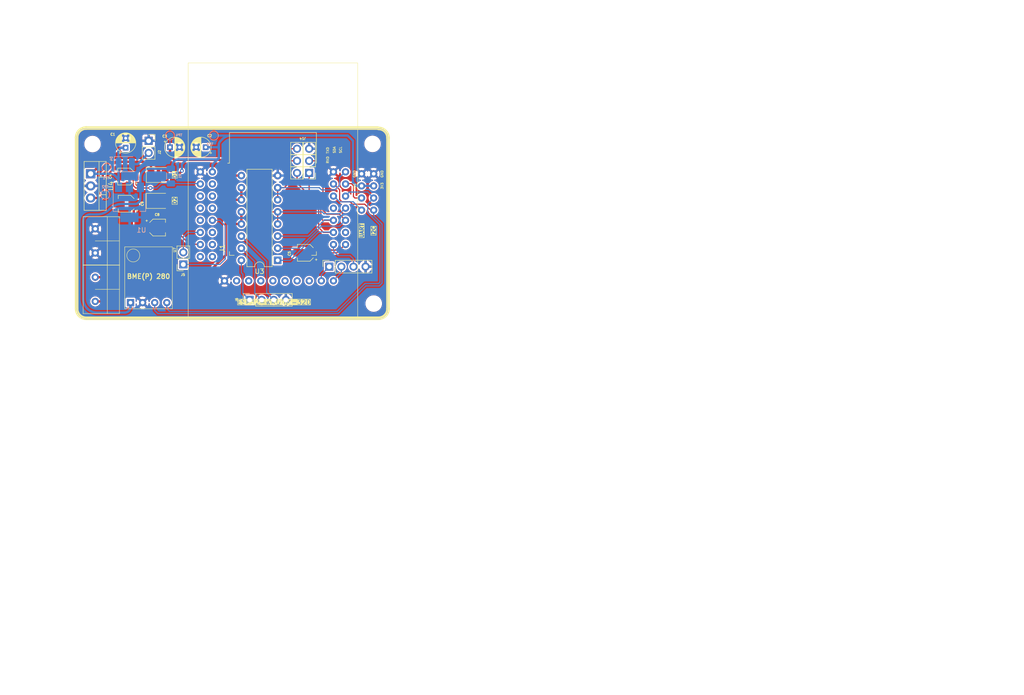
<source format=kicad_pcb>
(kicad_pcb (version 20240108) (generator "pcbnew") (generator_version "8.0")
  (layers (0 "F.Cu" signal) (31 "B.Cu" signal) (34 "B.Paste" user) (35 "F.Paste" user) (36 "B.SilkS" user "B.Silkscreen") (37 "F.SilkS" user "F.Silkscreen") (38 "B.Mask" user) (39 "F.Mask" user) (44 "Edge.Cuts" user))
  (net 0 "")
  (net 1 "GND")
  (net 2 "+3V3")
  (net 3 "+5V")
  (net 4 "/RXD")
  (net 5 "/TXD")
  (net 6 "/SDA")
  (net 7 "/SCL")
  (net 8 "/EN")
  (net 9 "/SOURCE2")
  (net 10 "/SOURCE1")
  (net 11 "/SOURCE3")
  (net 12 "/VDC")
  (net 13 "/DAC1")
  (net 14 "/DAC2")
  (net 15 "/GPIO19")
  (net 16 "/GPIO17")
  (net 17 "/GPIO5")
  (net 18 "/GPIO18")
  (net 19 "/ADC2_CH3")
  (net 20 "/ADC2_CH0")
  (net 21 "/GPIO23")
  (net 22 "/ADC2_CH2")
  (net 23 "/BOOT")
  (net 24 "/SOURCE4")
  (net 25 "/SOURCE5")
  (net 26 "/GPIO14")
  (net 27 "/VIN")
  (net 28 "/GPIO36")
  (net 29 "/OUT2")
  (net 30 "/GPIO39")
  (net 31 "/GPIO32")
  (net 32 "/OUT1")
  (net 33 "/SD_DATA0")
  (net 34 "/SD_CMD")
  (net 35 "/GPIO34")
  (net 36 "/OUT3")
  (net 37 "/SD_DATA2")
  (net 38 "/GPIO27")
  (net 39 "/GPIO13")
  (net 40 "/SD_CLK")
  (net 41 "/SD_DATA1")
  (net 42 "/GPIO33")
  (net 43 "/SD_DATA3")
  (footprint "Capacitor_THT:CP_Radial_D4.0mm_P2.00mm" (layer "F.Cu") (at 107 44.2 180)
    (property "Reference" "C2" (at -0.8 2.4 180) (layer "F.SilkS") (effects (font (size 0.5 0.5) (thickness 0.125))))
    (property "Value" "1uF")
    (pad "1" thru_hole rect (at 0 0 180) (size 1.2 1.2) (drill 0.6) (layers "*.Cu" "*.Mask") (net 2 "+3V3"))
    (pad "2" thru_hole circle (at 2 0 180) (size 1.2 1.2) (drill 0.6) (layers "*.Cu" "*.Mask") (net 1 "GND"))
  )
  (footprint "LED_SMD:LED_1210_3225Metric_Pad1.42x2.65mm_HandSolder" (layer "F.Cu") (at 97 55.45)
    (property "Reference" "D2" (at 4 0 90) (layer "F.SilkS" knockout) (effects (font (size 0.8 0.8) (thickness 0.2) (bold yes)) (justify bottom)))
    (property "Value" "STATUS")
    (pad "1" smd roundrect (at -1.4875 0) (size 1.425 2.65) (layers "F.Cu" "F.Paste" "F.Mask") (roundrect_rratio 0.175439) (net 1 "GND"))
    (pad "2" smd roundrect (at 1.4875 0) (size 1.425 2.65) (layers "F.Cu" "F.Paste" "F.Mask") (roundrect_rratio 0.175439) (net 26 "/GPIO14"))
  )
  (footprint "Capacitor_SMD:CP_Elec_3x5.3" (layer "F.Cu") (at 90.3 50.35 180)
    (property "Reference" "C4" (at 3.3 0 -90) (layer "F.SilkS") (effects (font (size 0.5 0.5) (thickness 0.125))))
    (property "Value" "0.1uF")
    (pad "1" smd rect (at -1.5 0 180) (size 2.2 1.6) (layers "F.Cu" "F.Paste" "F.Mask") (net 8 "/EN"))
    (pad "2" smd rect (at 1.5 0 180) (size 2.2 1.6) (layers "F.Cu" "F.Paste" "F.Mask") (net 1 "GND"))
  )
  (footprint "MountingHole:MountingHole_3mm" (layer "F.Cu") (at 142 43.5)
    (property "Reference" "H1" (hide yes))
    (property "Value" "MountingHole_Pad")
    (pad "" np_thru_hole circle (at 0 0) (size 3 3) (drill 3) (layers "*.Cu" "*.Mask"))
  )
  (footprint "MountingHole:MountingHole_3mm" (layer "F.Cu") (at 83.25 43.53)
    (property "Reference" "H2" (hide yes))
    (property "Value" "MountingHole_Pad")
    (pad "" np_thru_hole circle (at 0 0) (size 3 3) (drill 3) (layers "*.Cu" "*.Mask"))
  )
  (footprint "Alexander Footprints Library:Conn_Terminal_5mm" (layer "F.Cu") (at 83.82 53.69)
    (property "Reference" "J9" (hide yes))
    (property "Value" "Conn_01x02_Socket")
    (pad "1" thru_hole circle (at 0 7.62) (size 1.524 1.524) (drill 0.762) (layers "*.Cu" "*.Mask") (net 1 "GND"))
    (pad "2" thru_hole circle (at 0 12.7) (size 1.524 1.524) (drill 0.762) (layers "*.Cu" "*.Mask") (net 1 "GND"))
  )
  (footprint "Alexander Footprint Library:ESP32-WROOM-Adapter-Socket-2" (layer "F.Cu") (at 121.1 56.99)
    (property "Reference" "J1" (at -10.61 8.43 90) (layer "F.SilkS"))
    (property "Value" "~")
    (fp_text user "ESP32-WROOM-32D" (at -7.62 20.32 0) (layer "F.SilkS" knockout) (effects (font (thickness 0.1)) (justify left bottom)))
    (pad "" thru_hole circle (at -15.24 10.16) (size 1.524 1.524) (drill 0.762) (layers "*.Cu" "*.Mask"))
    (pad "" thru_hole circle (at -12.7 10.16) (size 1.524 1.524) (drill 0.762) (layers "*.Cu" "*.Mask"))
    (pad "1" thru_hole circle (at -15.24 -7.62) (size 1.524 1.524) (drill 0.762) (layers "*.Cu" "*.Mask") (net 1 "GND"))
    (pad "2" thru_hole circle (at -12.7 -7.62) (size 1.524 1.524) (drill 0.762) (layers "*.Cu" "*.Mask") (net 2 "+3V3"))
    (pad "3" thru_hole circle (at -15.24 -5.08) (size 1.524 1.524) (drill 0.762) (layers "*.Cu" "*.Mask") (net 8 "/EN"))
    (pad "4" thru_hole circle (at -12.7 -5.08) (size 1.524 1.524) (drill 0.762) (layers "*.Cu" "*.Mask") (net 28 "/GPIO36"))
    (pad "5" thru_hole circle (at -15.24 -2.54) (size 1.524 1.524) (drill 0.762) (layers "*.Cu" "*.Mask") (net 30 "/GPIO39"))
    (pad "6" thru_hole circle (at -12.7 -2.54) (size 1.524 1.524) (drill 0.762) (layers "*.Cu" "*.Mask") (net 35 "/GPIO34"))
    (pad "7" thru_hole circle (at -15.24 0) (size 1.524 1.524) (drill 0.762) (layers "*.Cu" "*.Mask") (net 36 "/OUT3"))
    (pad "8" thru_hole circle (at -12.7 0) (size 1.524 1.524) (drill 0.762) (layers "*.Cu" "*.Mask") (net 31 "/GPIO32"))
    (pad "9" thru_hole circle (at -15.24 2.54) (size 1.524 1.524) (drill 0.762) (layers "*.Cu" "*.Mask") (net 42 "/GPIO33"))
    (pad "10" thru_hole circle (at -12.7 2.54) (size 1.524 1.524) (drill 0.762) (layers "*.Cu" "*.Mask") (net 13 "/DAC1"))
    (pad "11" thru_hole circle (at -15.24 5.08) (size 1.524 1.524) (drill 0.762) (layers "*.Cu" "*.Mask") (net 14 "/DAC2"))
    (pad "12" thru_hole circle (at -12.7 5.08) (size 1.524 1.524) (drill 0.762) (layers "*.Cu" "*.Mask") (net 38 "/GPIO27"))
    (pad "13" thru_hole circle (at -15.24 7.62) (size 1.524 1.524) (drill 0.762) (layers "*.Cu" "*.Mask") (net 26 "/GPIO14"))
    (pad "14" thru_hole circle (at -12.7 7.62) (size 1.524 1.524) (drill 0.762) (layers "*.Cu" "*.Mask") (net 29 "/OUT2"))
    (pad "15" thru_hole circle (at -10.16 15.24 90) (size 1.524 1.524) (drill 0.762) (layers "*.Cu" "*.Mask") (net 1 "GND"))
    (pad "16" thru_hole circle (at -7.62 15.24 90) (size 1.524 1.524) (drill 0.762) (layers "*.Cu" "*.Mask") (net 39 "/GPIO13"))
    (pad "17" thru_hole circle (at -5.08 15.24 90) (size 1.524 1.524) (drill 0.762) (layers "*.Cu" "*.Mask") (net 37 "/SD_DATA2"))
    (pad "18" thru_hole circle (at -2.54 15.24 90) (size 1.524 1.524) (drill 0.762) (layers "*.Cu" "*.Mask") (net 43 "/SD_DATA3"))
    (pad "19" thru_hole circle (at 0 15.24 90) (size 1.524 1.524) (drill 0.762) (layers "*.Cu" "*.Mask") (net 34 "/SD_CMD"))
    (pad "20" thru_hole circle (at 2.54 15.24 90) (size 1.524 1.524) (drill 0.762) (layers "*.Cu" "*.Mask") (net 40 "/SD_CLK"))
    (pad "21" thru_hole circle (at 5.08 15.24 90) (size 1.524 1.524) (drill 0.762) (layers "*.Cu" "*.Mask") (net 33 "/SD_DATA0"))
    (pad "22" thru_hole circle (at 7.62 15.24 90) (size 1.524 1.524) (drill 0.762) (layers "*.Cu" "*.Mask") (net 41 "/SD_DATA1"))
    (pad "23" thru_hole circle (at 10.16 15.24 90) (size 1.524 1.524) (drill 0.762) (layers "*.Cu" "*.Mask") (net 19 "/ADC2_CH3"))
    (pad "24" thru_hole circle (at 12.7 15.24 90) (size 1.524 1.524) (drill 0.762) (layers "*.Cu" "*.Mask") (net 22 "/ADC2_CH2"))
    (pad "25" thru_hole circle (at 15.24 7.62) (size 1.524 1.524) (drill 0.762) (layers "*.Cu" "*.Mask") (net 23 "/BOOT"))
    (pad "26" thru_hole circle (at 12.7 7.62) (size 1.524 1.524) (drill 0.762) (layers "*.Cu" "*.Mask") (net 20 "/ADC2_CH0"))
    (pad "27" thru_hole circle (at 15.24 5.08) (size 1.524 1.524) (drill 0.762) (layers "*.Cu" "*.Mask") (net 32 "/OUT1"))
    (pad "28" thru_hole circle (at 12.7 5.08) (size 1.524 1.524) (drill 0.762) (layers "*.Cu" "*.Mask") (net 16 "/GPIO17"))
    (pad "29" thru_hole circle (at 15.24 2.54) (size 1.524 1.524) (drill 0.762) (layers "*.Cu" "*.Mask") (net 17 "/GPIO5"))
    (pad "30" thru_hole circle (at 12.7 2.54) (size 1.524 1.524) (drill 0.762) (layers "*.Cu" "*.Mask") (net 18 "/GPIO18"))
    (pad "31" thru_hole circle (at 15.24 0) (size 1.524 1.524) (drill 0.762) (layers "*.Cu" "*.Mask") (net 15 "/GPIO19"))
    (pad "32" thru_hole circle (at 12.7 0) (size 1.524 1.524) (drill 0.762) (layers "*.Cu" "*.Mask"))
    (pad "33" thru_hole circle (at 15.24 -2.54) (size 1.524 1.524) (drill 0.762) (layers "*.Cu" "*.Mask") (net 6 "/SDA"))
    (pad "34" thru_hole circle (at 12.7 -2.54) (size 1.524 1.524) (drill 0.762) (layers "*.Cu" "*.Mask") (net 4 "/RXD"))
    (pad "35" thru_hole circle (at 15.24 -5.08) (size 1.524 1.524) (drill 0.762) (layers "*.Cu" "*.Mask") (net 5 "/TXD"))
    (pad "36" thru_hole circle (at 12.7 -5.08) (size 1.524 1.524) (drill 0.762) (layers "*.Cu" "*.Mask") (net 7 "/SCL"))
    (pad "37" thru_hole circle (at 15.24 -7.62) (size 1.524 1.524) (drill 0.762) (layers "*.Cu" "*.Mask") (net 21 "/GPIO23"))
    (pad "38" thru_hole circle (at 12.7 -7.62) (size 1.524 1.524) (drill 0.762) (layers "*.Cu" "*.Mask") (net 1 "GND"))
  )
  (footprint "Capacitor_SMD:CP_Elec_3x5.3" (layer "F.Cu") (at 90.4 56.05 180)
    (property "Reference" "C9" (at -3.3 0 -90) (layer "F.SilkS") (effects (font (size 0.5 0.5) (thickness 0.125))))
    (property "Value" "0.1uF")
    (pad "1" smd rect (at -1.5 0 180) (size 2.2 1.6) (layers "F.Cu" "F.Paste" "F.Mask") (net 2 "+3V3"))
    (pad "2" smd rect (at 1.5 0 180) (size 2.2 1.6) (layers "F.Cu" "F.Paste" "F.Mask") (net 1 "GND"))
  )
  (footprint "Connector_PinSocket_2.54mm:PinSocket_1x02_P2.54mm_Vertical" (layer "F.Cu") (at 95.025 42.85)
    (property "Reference" "J2" (at 2.275 2.4 90) (layer "F.SilkS") (effects (font (size 0.5 0.5) (thickness 0.125))))
    (property "Value" "PWR")
    (pad "1" thru_hole rect (at 0 0) (size 1.7 1.7) (drill 1) (layers "*.Cu" "*.Mask") (net 1 "GND"))
    (pad "2" thru_hole oval (at 0 2.54) (size 1.7 1.7) (drill 1) (layers "*.Cu" "*.Mask") (net 12 "/VDC"))
  )
  (footprint "Connector_PinSocket_2.54mm:PinSocket_1x04_P2.54mm_Vertical" (layer "F.Cu") (at 116.2 76.225 90)
    (property "Reference" "J6" (at 0 -2.7 90) (layer "F.SilkS") (effects (font (size 0.5 0.5) (thickness 0.125))))
    (property "Value" "SOURCE")
    (pad "1" thru_hole rect (at 0 0 90) (size 1.7 1.7) (drill 1) (layers "*.Cu" "*.Mask") (net 11 "/SOURCE3"))
    (pad "2" thru_hole oval (at 0 2.54 90) (size 1.7 1.7) (drill 1) (layers "*.Cu" "*.Mask") (net 24 "/SOURCE4"))
    (pad "3" thru_hole oval (at 0 5.08 90) (size 1.7 1.7) (drill 1) (layers "*.Cu" "*.Mask") (net 25 "/SOURCE5"))
    (pad "4" thru_hole oval (at 0 7.62 90) (size 1.7 1.7) (drill 1) (layers "*.Cu" "*.Mask") (net 1 "GND"))
  )
  (footprint "Package_DIP:DIP-16_W7.62mm" (layer "F.Cu") (at 122.1 67.925 180)
    (property "Reference" "U3" (at 3.81 -2.33 0) (layer "F.SilkS"))
    (property "Value" "ULN2003")
    (pad "1" thru_hole rect (at 0 0 180) (size 1.6 1.6) (drill 0.8) (layers "*.Cu" "*.Mask") (net 16 "/GPIO17"))
    (pad "2" thru_hole oval (at 0 2.54 180) (size 1.6 1.6) (drill 0.8) (layers "*.Cu" "*.Mask") (net 17 "/GPIO5"))
    (pad "3" thru_hole oval (at 0 5.08 180) (size 1.6 1.6) (drill 0.8) (layers "*.Cu" "*.Mask") (net 18 "/GPIO18"))
    (pad "4" thru_hole oval (at 0 7.62 180) (size 1.6 1.6) (drill 0.8) (layers "*.Cu" "*.Mask") (net 15 "/GPIO19"))
    (pad "5" thru_hole oval (at 0 10.16 180) (size 1.6 1.6) (drill 0.8) (layers "*.Cu" "*.Mask") (net 15 "/GPIO19"))
    (pad "6" thru_hole oval (at 0 12.7 180) (size 1.6 1.6) (drill 0.8) (layers "*.Cu" "*.Mask") (net 21 "/GPIO23"))
    (pad "7" thru_hole oval (at 0 15.24 180) (size 1.6 1.6) (drill 0.8) (layers "*.Cu" "*.Mask") (net 21 "/GPIO23"))
    (pad "8" thru_hole oval (at 0 17.78 180) (size 1.6 1.6) (drill 0.8) (layers "*.Cu" "*.Mask") (net 1 "GND"))
    (pad "9" thru_hole oval (at 7.62 17.78 180) (size 1.6 1.6) (drill 0.8) (layers "*.Cu" "*.Mask") (net 3 "+5V"))
    (pad "10" thru_hole oval (at 7.62 15.24 180) (size 1.6 1.6) (drill 0.8) (layers "*.Cu" "*.Mask") (net 9 "/SOURCE2"))
    (pad "11" thru_hole oval (at 7.62 12.7 180) (size 1.6 1.6) (drill 0.8) (layers "*.Cu" "*.Mask") (net 9 "/SOURCE2"))
    (pad "12" thru_hole oval (at 7.62 10.16 180) (size 1.6 1.6) (drill 0.8) (layers "*.Cu" "*.Mask") (net 10 "/SOURCE1"))
    (pad "13" thru_hole oval (at 7.62 7.62 180) (size 1.6 1.6) (drill 0.8) (layers "*.Cu" "*.Mask") (net 10 "/SOURCE1"))
    (pad "14" thru_hole oval (at 7.62 5.08 180) (size 1.6 1.6) (drill 0.8) (layers "*.Cu" "*.Mask") (net 25 "/SOURCE5"))
    (pad "15" thru_hole oval (at 7.62 2.54 180) (size 1.6 1.6) (drill 0.8) (layers "*.Cu" "*.Mask") (net 24 "/SOURCE4"))
    (pad "16" thru_hole oval (at 7.62 0 180) (size 1.6 1.6) (drill 0.8) (layers "*.Cu" "*.Mask") (net 11 "/SOURCE3"))
  )
  (footprint "Connector_PinSocket_2.54mm:PinSocket_1x04_P2.54mm_Vertical" (layer "F.Cu") (at 132.92 69.25 90)
    (property "Reference" "J10" (hide yes))
    (property "Value" "ADC")
    (pad "1" thru_hole rect (at 0 0 90) (size 1.7 1.7) (drill 1) (layers "*.Cu" "*.Mask") (net 19 "/ADC2_CH3"))
    (pad "2" thru_hole oval (at 0 2.54 90) (size 1.7 1.7) (drill 1) (layers "*.Cu" "*.Mask") (net 22 "/ADC2_CH2"))
    (pad "3" thru_hole oval (at 0 5.08 90) (size 1.7 1.7) (drill 1) (layers "*.Cu" "*.Mask") (net 20 "/ADC2_CH0"))
    (pad "4" thru_hole oval (at 0 7.62 90) (size 1.7 1.7) (drill 1) (layers "*.Cu" "*.Mask") (net 1 "GND"))
  )
  (footprint "Capacitor_SMD:CP_Elec_3x5.3" (layer "F.Cu") (at 128 66.35 180)
    (property "Reference" "C5" (at 3.45 -0.15 90) (layer "F.SilkS") (effects (font (size 0.5 0.5) (thickness 0.125))))
    (property "Value" "0.1uF")
    (pad "1" smd rect (at -1.5 0 180) (size 2.2 1.6) (layers "F.Cu" "F.Paste" "F.Mask") (net 23 "/BOOT"))
    (pad "2" smd rect (at 1.5 0 180) (size 2.2 1.6) (layers "F.Cu" "F.Paste" "F.Mask") (net 1 "GND"))
  )
  (footprint "Capacitor_THT:CP_Radial_D4.0mm_P2.00mm" (layer "F.Cu") (at 99.5 44.2)
    (property "Reference" "C3" (at -1.1 -2.3 0) (layer "F.SilkS") (effects (font (size 0.5 0.5) (thickness 0.125))))
    (property "Value" "1uF")
    (pad "1" thru_hole rect (at 0 0) (size 1.2 1.2) (drill 0.6) (layers "*.Cu" "*.Mask") (net 3 "+5V"))
    (pad "2" thru_hole circle (at 2 0) (size 1.2 1.2) (drill 0.6) (layers "*.Cu" "*.Mask") (net 1 "GND"))
  )
  (footprint "Capacitor_SMD:CP_Elec_3x5.3" (layer "F.Cu") (at 96.8 61.05)
    (property "Reference" "C8" (at 0 -2.7 0) (layer "F.SilkS") (effects (font (size 0.5 0.5) (thickness 0.125))))
    (property "Value" "10uF")
    (pad "1" smd rect (at -1.5 0) (size 2.2 1.6) (layers "F.Cu" "F.Paste" "F.Mask") (net 2 "+3V3"))
    (pad "2" smd rect (at 1.5 0) (size 2.2 1.6) (layers "F.Cu" "F.Paste" "F.Mask") (net 1 "GND"))
  )
  (footprint "Connector_PinSocket_2.54mm:PinSocket_1x02_P2.54mm_Vertical" (layer "F.Cu") (at 102.3 68.79 180)
    (property "Reference" "J5" (at 0.075 -2.15 0) (layer "F.SilkS") (effects (font (size 0.5 0.5) (thickness 0.125))))
    (property "Value" "DAC")
    (pad "1" thru_hole rect (at 0 0 180) (size 1.7 1.7) (drill 1) (layers "*.Cu" "*.Mask") (net 13 "/DAC1"))
    (pad "2" thru_hole oval (at 0 2.54 180) (size 1.7 1.7) (drill 1) (layers "*.Cu" "*.Mask") (net 14 "/DAC2"))
  )
  (footprint "Alexander Footprint Library:CONN_2x3" (layer "F.Cu") (at 128.7 54.67 180)
    (property "Reference" "J14" (at 1.34 12.57 180) (layer "F.SilkS") (effects (font (size 0.5 0.5) (thickness 0.125) (bold yes)) (justify bottom)))
    (property "Value" "GPIO")
    (pad "1" thru_hole rect (at 0 5.08 180) (size 1.7 1.7) (drill 1) (layers "*.Cu" "*.Mask") (net 18 "/GPIO18"))
    (pad "2" thru_hole oval (at 0 7.62 180) (size 1.7 1.7) (drill 1) (layers "*.Cu" "*.Mask") (net 17 "/GPIO5"))
    (pad "3" thru_hole oval (at 0 10.16 180) (size 1.7 1.7) (drill 1) (layers "*.Cu" "*.Mask") (net 1 "GND"))
    (pad "4" thru_hole oval (at 2.54 5.08 180) (size 1.7 1.7) (drill 1) (layers "*.Cu" "*.Mask") (net 16 "/GPIO17"))
    (pad "5" thru_hole oval (at 2.54 7.62 180) (size 1.7 1.7) (drill 1) (layers "*.Cu" "*.Mask") (net 21 "/GPIO23"))
    (pad "6" thru_hole oval (at 2.54 10.16 180) (size 1.7 1.7) (drill 1) (layers "*.Cu" "*.Mask") (net 15 "/GPIO19"))
  )
  (footprint "Alexander Footprints Library:Conn_UART" (layer "F.Cu") (at 139.7 42.15)
    (property "Reference" "J3" (hide yes))
    (property "Value" "UART")
    (fp_text user "3V3" (at 4.3 10.15 90) (layer "F.SilkS") (effects (font (size 0.5 0.5) (thickness 0.1))))
    (fp_text user "GND" (at 4.3 7.65 90) (layer "F.SilkS") (effects (font (size 0.5 0.5) (thickness 0.1))))
    (fp_text user "RXD" (at -7.1 4.7 90) (layer "F.SilkS") (effects (font (size 0.5 0.5) (thickness 0.1))))
    (fp_text user "TXD" (at -7.1 2.7 90) (layer "F.SilkS") (effects (font (size 0.5 0.5) (thickness 0.1))))
    (fp_text user "UART" (at 0.05 19.6 90) (layer "F.SilkS" knockout) (effects (font (size 0.8 0.8) (thickness 0.2) (bold yes))))
    (pad "3V3" thru_hole circle (at 0 10.16) (size 1.524 1.524) (drill 0.762) (layers "*.Cu" "*.Mask") (net 2 "+3V3"))
    (pad "GND" thru_hole circle (at 0 7.62) (size 1.524 1.524) (drill 0.762) (layers "*.Cu" "*.Mask") (net 1 "GND"))
    (pad "RXD" thru_hole circle (at 0 15.24) (size 1.524 1.524) (drill 0.762) (layers "*.Cu" "*.Mask") (net 4 "/RXD"))
    (pad "TXD" thru_hole circle (at 0 12.7) (size 1.524 1.524) (drill 0.762) (layers "*.Cu" "*.Mask") (net 5 "/TXD"))
  )
  (footprint "Capacitor_THT:CP_Radial_D4.0mm_P2.00mm" (layer "F.Cu") (at 90.2 44.3 90)
    (property "Reference" "C1" (at 2.8 -2.7 0) (layer "F.SilkS") (effects (font (size 0.5 0.5) (thickness 0.125))))
    (property "Value" "1uF")
    (pad "1" thru_hole rect (at 0 0 90) (size 1.2 1.2) (drill 0.6) (layers "*.Cu" "*.Mask") (net 27 "/VIN"))
    (pad "2" thru_hole circle (at 2 0 90) (size 1.2 1.2) (drill 0.6) (layers "*.Cu" "*.Mask") (net 1 "GND"))
  )
  (footprint "Alexander Footprint Library:BME280_BMP280_I2C" (layer "F.Cu") (at 90 78.1 90)
    (property "Reference" "U7" (at 12.35 10.5 90) (layer "F.SilkS") (effects (font (size 0.5 0.5) (thickness 0.125) (bold yes))))
    (property "Value" "BME(P)280" (hide yes))
    (fp_text user "BME(P) 280" (at 6.8 5 0) (layer "F.SilkS") (effects (font (thickness 0.2) (bold yes))))
    (pad "1" thru_hole rect (at 1.3 1.22 90) (size 1.524 1.524) (drill 0.762) (layers "*.Cu" "*.Mask") (net 2 "+3V3"))
    (pad "2" thru_hole circle (at 1.3 3.76 90) (size 1.524 1.524) (drill 0.762) (layers "*.Cu" "*.Mask") (net 1 "GND"))
    (pad "3" thru_hole circle (at 1.3 6.3 90) (size 1.524 1.524) (drill 0.762) (layers "*.Cu" "*.Mask") (net 7 "/SCL"))
    (pad "4" thru_hole circle (at 1.3 8.84 90) (size 1.524 1.524) (drill 0.762) (layers "*.Cu" "*.Mask") (net 6 "/SDA"))
  )
  (footprint "Alexander Footprint Library:LD1117" (layer "F.Cu") (at 82.855 49.77 -90)
    (property "Reference" "U4" (at 2.54 -4.27 -90) (layer "F.SilkS"))
    (property "Value" "L7805")
    (pad "1" thru_hole rect (at 0 0 270) (size 1.905 2) (drill 1.1) (layers "*.Cu" "*.Mask") (net 27 "/VIN"))
    (pad "2" thru_hole oval (at 2.54 0 270) (size 1.905 2) (drill 1.1) (layers "*.Cu" "*.Mask") (net 1 "GND"))
    (pad "3" thru_hole oval (at 5.08 0 270) (size 1.905 2) (drill 1.1) (layers "*.Cu" "*.Mask") (net 3 "+5V"))
  )
  (footprint "Alexander Footprints Library:Conn_I2C" (layer "F.Cu") (at 142.24 42.15)
    (property "Reference" "J4" (hide yes))
    (property "Value" "I2C")
    (fp_text user "I2C" (at 0.01 19.6 90) (layer "F.SilkS" knockout) (effects (font (size 0.8 0.8) (thickness 0.2) (bold yes))))
    (fp_text user "SCL" (at -6.94 2.6 90) (layer "F.SilkS") (effects (font (size 0.5 0.5) (thickness 0.1))))
    (fp_text user "SDA" (at -8.24 2.6 90) (layer "F.SilkS") (effects (font (size 0.5 0.5) (thickness 0.1))))
    (fp_text user "GND" (at -4.04 7.65 90) (layer "F.SilkS") (effects (font (size 0.5 0.5) (thickness 0.1))))
    (fp_text user "Vcc" (at -4.04 10.26 90) (layer "F.SilkS") (effects (font (size 0.5 0.5) (thickness 0.1))))
    (pad "GND" thru_hole circle (at 0 7.62) (size 1.524 1.524) (drill 0.762) (layers "*.Cu" "*.Mask") (net 1 "GND"))
    (pad "SCL" thru_hole circle (at 0 15.24) (size 1.524 1.524) (drill 0.762) (layers "*.Cu" "*.Mask") (net 7 "/SCL"))
    (pad "SDA" thru_hole circle (at 0 12.7) (size 1.524 1.524) (drill 0.762) (layers "*.Cu" "*.Mask") (net 6 "/SDA"))
    (pad "Vcc" thru_hole circle (at 0 10.16) (size 1.524 1.524) (drill 0.762) (layers "*.Cu" "*.Mask") (net 2 "+3V3"))
  )
  (footprint "LED_SMD:LED_1210_3225Metric_Pad1.42x2.65mm_HandSolder" (layer "F.Cu") (at 97 50)
    (property "Reference" "D1" (at 4 0 90) (layer "F.SilkS" knockout) (effects (font (size 0.8 0.8) (thickness 0.16) (bold yes)) (justify bottom)))
    (property "Value" "PWR")
    (pad "1" smd roundrect (at -1.4875 0) (size 1.425 2.65) (layers "F.Cu" "F.Paste" "F.Mask") (roundrect_rratio 0.175439) (net 1 "GND"))
    (pad "2" smd roundrect (at 1.4875 0) (size 1.425 2.65) (layers "F.Cu" "F.Paste" "F.Mask") (roundrect_rratio 0.175439) (net 2 "+3V3"))
  )
  (footprint "MountingHole:MountingHole_3mm" (layer "F.Cu") (at 142.25 77)
    (property "Reference" "H4" (hide yes))
    (property "Value" "MountingHole_Pad" (hide yes))
    (pad "" np_thru_hole circle (at 0 0) (size 3 3) (drill 3) (layers "*.Cu" "*.Mask"))
  )
  (footprint "Alexander Footprints Library:Conn_Terminal_5mm" (layer "F.Cu") (at 83.82 63.85)
    (property "Reference" "J8" (hide yes))
    (property "Value" "Conn_01x02_Socket")
    (pad "1" thru_hole circle (at 0 7.62) (size 1.524 1.524) (drill 0.762) (layers "*.Cu" "*.Mask") (net 9 "/SOURCE2"))
    (pad "2" thru_hole circle (at 0 12.7) (size 1.524 1.524) (drill 0.762) (layers "*.Cu" "*.Mask") (net 10 "/SOURCE1"))
  )
  (footprint "TestPoint:TestPoint_Pad_D1.5mm" (layer "B.Cu") (at 99.5 41.75 180)
    (property "Reference" "TP4" (at -1.9 0.1 180) (layer "B.SilkS") (effects (font (size 0.5 0.5) (thickness 0.125)) (justify mirror)))
    (property "Value" "5V")
    (pad "1" smd circle (at 0 0 180) (size 1.5 1.5) (layers "B.Cu" "B.Mask") (net 3 "+5V"))
  )
  (footprint "TestPoint:TestPoint_Pad_D1.5mm" (layer "B.Cu") (at 108.7 41.75 180)
    (property "Reference" "TP3" (at 0.8 -1.8 180) (layer "B.SilkS") (effects (font (size 0.5 0.5) (thickness 0.125)) (justify mirror)))
    (property "Value" "3V3")
    (pad "1" smd circle (at 0 0 180) (size 1.5 1.5) (layers "B.Cu" "B.Mask") (net 2 "+3V3"))
  )
  (footprint "Resistor_SMD:R_1206_3216Metric_Pad1.30x1.75mm_HandSolder" (layer "B.Cu") (at 99.7 50.25 -90)
    (property "Reference" "R1" (at 0 -1.9 90) (layer "B.SilkS") (effects (font (size 0.5 0.5) (thickness 0.125)) (justify mirror)))
    (property "Value" "10K")
    (pad "1" smd roundrect (at -1.55 0 270) (size 1.3 1.75) (layers "B.Cu" "B.Paste" "B.Mask") (roundrect_rratio 0.192308) (net 2 "+3V3"))
    (pad "2" smd roundrect (at 1.55 0 270) (size 1.3 1.75) (layers "B.Cu" "B.Paste" "B.Mask") (roundrect_rratio 0.192308) (net 8 "/EN"))
  )
  (footprint "Diode_SMD:D_1210_3225Metric" (layer "B.Cu") (at 90.1 47.75)
    (property "Reference" "D4" (at -2.9 -1.15 -90) (layer "B.SilkS") (effects (font (size 0.5 0.5) (thickness 0.125)) (justify mirror)))
    (property "Value" "D")
    (pad "1" smd roundrect (at -1.4 0) (size 1.25 2.65) (layers "B.Cu" "B.Paste" "B.Mask") (roundrect_rratio 0.2) (net 27 "/VIN"))
    (pad "2" smd roundrect (at 1.4 0) (size 1.25 2.65) (layers "B.Cu" "B.Paste" "B.Mask") (roundrect_rratio 0.2) (net 12 "/VDC"))
  )
  (footprint "TestPoint:TestPoint_Pad_D1.5mm" (layer "B.Cu") (at 86.2 48.45 180)
    (property "Reference" "TP1" (at 0.1 -2.2 180) (layer "B.SilkS") (effects (font (size 0.5 0.5) (thickness 0.125)) (justify mirror)))
    (property "Value" "VIN")
    (pad "1" smd circle (at 0 0 180) (size 1.5 1.5) (layers "B.Cu" "B.Mask") (net 27 "/VIN"))
  )
  (footprint "TestPoint:TestPoint_Pad_D1.5mm" (layer "B.Cu") (at 85.9 54.15 180)
    (property "Reference" "TP2" (at 0 1.648 180) (layer "B.SilkS") (effects (font (size 0.5 0.5) (thickness 0.125)) (justify mirror)))
    (property "Value" "GND")
    (pad "1" smd circle (at 0 0 180) (size 1.5 1.5) (layers "B.Cu" "B.Mask") (net 1 "GND"))
  )
  (footprint "Package_TO_SOT_SMD:SOT-223-3_TabPin2" (layer "B.Cu") (at 91 55.75 -90)
    (property "Reference" "U1" (at 5.25 -3.6 0) (layer "B.SilkS") (effects (justify left top mirror)))
    (property "Value" "AMS1117-3V3")
    (pad "1" smd rect (at -3.15 2.3 270) (size 2 1.5) (layers "B.Cu" "B.Paste" "B.Mask") (net 27 "/VIN"))
    (pad "2" smd rect (at -3.15 0 270) (size 2 1.5) (layers "B.Cu" "B.Paste" "B.Mask") (net 1 "GND"))
    (pad "2" smd rect (at 3.15 0 270) (size 2 3.8) (layers "B.Cu" "B.Paste" "B.Mask") (net 1 "GND"))
    (pad "3" smd rect (at -3.15 -2.3 270) (size 2 1.5) (layers "B.Cu" "B.Paste" "B.Mask") (net 2 "+3V3"))
  )
  (gr_line (start 145.25 42.11421) (end 145.25 78.085782) (stroke (width 0.75)) (layer "F.SilkS"))
  (gr_line (start 81.914218 40.164218) (end 143.08579 40.164218) (stroke (width 0.75)) (layer "F.SilkS"))
  (gr_arc (start 145.25 78.085782) (mid 144.66422 79.500007) (end 143.25 80.085782) (stroke (width 0.75)) (layer "F.SilkS"))
  (gr_line (start 79.914218 42.11421) (end 79.914218 78.085782) (stroke (width 0.75)) (layer "F.SilkS"))
  (gr_arc (start 81.914218 80.085782) (mid 80.499999 79.500001) (end 79.914218 78.085782) (stroke (width 0.75)) (layer "F.SilkS"))
  (gr_arc (start 143.25 40.25) (mid 144.664214 40.835786) (end 145.25 42.25) (stroke (width 0.75)) (layer "F.SilkS"))
  (gr_arc (start 79.914218 42.164218) (mid 80.499999 40.749999) (end 81.914218 40.164218) (stroke (width 0.75)) (layer "F.SilkS"))
  (gr_line (start 81.914214 80.085782) (end 143.085786 80.085782) (stroke (width 0.75)) (layer "F.SilkS"))
  (gr_line (start 82.014214 80.235786) (end 113 80.25) (stroke (width 0.1)) (layer "Edge.Cuts"))
  (gr_line (start 80 42.25) (end 80.014214 78.235786) (stroke (width 0.1)) (layer "Edge.Cuts"))
  (gr_arc (start 143.185786 40.264214) (mid 144.600004 40.849996) (end 145.185786 42.264214) (stroke (width 0.1)) (layer "Edge.Cuts"))
  (gr_line (start 113 80.25) (end 143.185786 80.235786) (stroke (width 0.1)) (layer "Edge.Cuts"))
  (gr_arc (start 82.014214 80.235786) (mid 80.599996 79.650004) (end 80.014214 78.235786) (stroke (width 0.1)) (layer "Edge.Cuts"))
  (gr_line (start 145.185786 42.264214) (end 145.185786 78.235786) (stroke (width 0.1)) (layer "Edge.Cuts"))
  (gr_arc (start 80 42.25) (mid 80.585786 40.835786) (end 82 40.25) (stroke (width 0.1)) (layer "Edge.Cuts"))
  (gr_arc (start 145.185786 78.235786) (mid 144.600004 79.650004) (end 143.185786 80.235786) (stroke (width 0.1)) (layer "Edge.Cuts"))
  (gr_line (start 143.185786 40.264214) (end 82 40.25) (stroke (width 0.1)) (layer "Edge.Cuts"))
  (segment (start 84.21 66) (end 83.82 66.39) (width 0.5) (layer "F.Cu") (net 1))
  (segment (start 95.5 54.8625) (end 95.5125 54.85) (width 0.25) (layer "F.Cu") (net 1))
  (segment (start 95.5 55.4625) (end 95.5125 55.45) (width 0.25) (layer "F.Cu") (net 1))
  (segment (start 91.5 59.65) (end 91.9 59.25) (width 0.5) (layer "F.Cu") (net 2))
  (segment (start 101.15 50) (end 102 49.15) (width 0.5) (layer "F.Cu") (net 2))
  (segment (start 94.63 62.62) (end 91.5 62.62) (width 0.5) (layer "F.Cu") (net 2))
  (segment (start 91.9 59.25) (end 91.9 56.05) (width 0.5) (layer "F.Cu") (net 2))
  (segment (start 98.4875 50) (end 101.15 50) (width 0.5) (layer "F.Cu") (net 2))
  (segment (start 95.3 61.05) (end 95.3 61.95) (width 0.5) (layer "F.Cu") (net 2))
  (segment (start 95.3 61.95) (end 94.63 62.62) (width 0.5) (layer "F.Cu") (net 2))
  (segment (start 91.5 62.62) (end 91.5 59.65) (width 0.5) (layer "F.Cu") (net 2))
  (via (at 102 49.15) (size 0.8) (drill 0.4) (layers "F.Cu" "B.Cu") (net 2))
  (segment (start 96.075 48.7) (end 97.525 48.7) (width 0.5) (layer "B.Cu") (net 2))
  (segment (start 108.4 49.2825) (end 108.4 47.85) (width 0.5) (layer "B.Cu") (net 2))
  (segment (start 109.408578 44.2) (end 107 44.2) (width 0.5) (layer "B.Cu") (net 2))
  (segment (start 109.5 46.75) (end 109.75 46.5) (width 0.5) (layer "B.Cu") (net 2))
  (segment (start 81.3 75.997918) (end 81.3 59.75104) (width 0.5) (layer "B.Cu") (net 2))
  (segment (start 93.3 54.905025) (end 93.3 52.6) (width 0.5) (layer "B.Cu") (net 2))
  (segment (start 100 48.7) (end 100 48.03033) (width 0.5) (layer "B.Cu") (net 2))
  (segment (start 137.9 51.55) (end 138.66 52.31) (width 0.5) (layer "B.Cu") (net 2))
  (segment (start 84.202081 78.9) (end 89.990883 78.9) (width 0.5) (layer "B.Cu") (net 2))
  (segment (start 109.75 45) (end 109.75 44.141421) (width 0.5) (layer "B.Cu") (net 2))
  (segment (start 103 46.75) (end 101.28033 46.75) (width 0.5) (layer "B.Cu") (net 2))
  (segment (start 109.75 43.858578) (end 109.75 44.141421) (width 0.5) (layer "B.Cu") (net 2))
  (segment (start 138.66 52.31) (end 139.7 52.31) (width 0.5) (layer "B.Cu") (net 2))
  (segment (start 139.7 52.31) (end 142.24 52.31) (width 0.5) (layer "B.Cu") (net 2))
  (segment (start 129.1 41.75) (end 136.8 41.75) (width 0.5) (layer "B.Cu") (net 2))
  (segment (start 112.31066 41.75) (end 129.1 41.75) (width 0.5) (layer "B.Cu") (net 2))
  (segment (start 103 46.75) (end 109.5 46.75) (width 0.5) (layer "B.Cu") (net 2))
  (segment (start 137.9 42.85) (end 137.9 51.55) (width 0.5) (layer "B.Cu") (net 2))
  (segment (start 91.22 77.670883) (end 91.22 76.8) (width 0.5) (layer "B.Cu") (net 2))
  (segment (start 89.455634 56.1) (end 92.105025 56.1) (width 0.5) (layer "B.Cu") (net 2))
  (segment (start 96.075 48.7) (end 95.177817 48.7) (width 0.5) (layer "B.Cu") (net 2))
  (segment (start 136.8 41.75) (end 137.9 42.85) (width 0.5) (layer "B.Cu") (net 2))
  (segment (start 108.4 47.85) (end 109.75 46.5) (width 0.5) (layer "B.Cu") (net 2))
  (segment (start 109.75 46.5) (end 109.75 45) (width 0.5) (layer "B.Cu") (net 2))
  (segment (start 110.015165 42.984834) (end 110.5 42.5) (width 0.5) (layer "B.Cu") (net 2))
  (segment (start 102 47.75) (end 103 46.75) (width 0.5) (layer "B.Cu") (net 2))
  (segment (start 109.75 43.858578) (end 109.75 43.625) (width 0.5) (layer "B.Cu") (net 2))
  (segment (start 93.3 52.6) (end 93.3 50.577817) (width 0.5) (layer "B.Cu") (net 2))
  (segment (start 82.75104 58.3) (end 84.144365 58.3) (width 0.5) (layer "B.Cu") (net 2))
  (segment (start 102 49.15) (end 102 47.75) (width 0.5) (layer "B.Cu") (net 2))
  (segment (start 129.3 41.75) (end 129.1 41.75) (width 0.5) (layer "B.Cu") (net 2))
  (segment (start 108.7 41.75) (end 112.31066 41.75) (width 0.5) (layer "B.Cu") (net 2))
  (segment (start 100 48.7) (end 97.525 48.7) (width 0.5) (layer "B.Cu") (net 2))
  (arc (start 93.3 54.905025) (mid 93.209037 55.362322) (end 92.95 55.75) (width 0.5) (layer "B.Cu") (net 2))
  (arc (start 86.8 57.2) (mid 85.581584 58.014119) (end 84.144365 58.3) (width 0.5) (layer "B.Cu") (net 2))
  (arc (start 89.455634 56.1) (mid 88.018415 56.38588) (end 86.8 57.2) (width 0.5) (layer "B.Cu") (net 2))
  (arc (start 82.75104 58.3) (mid 82.195751 58.410453) (end 81.725 58.725) (width 0.5) (layer "B.Cu") (net 2))
  (arc (start 92.95 55.75) (mid 92.562322 56.009037) (end 92.105025 56.1) (width 0.5) (layer "B.Cu") (net 2))
  (arc (start 109.75 43.625) (mid 109.818914 43.278544) (end 110.015165 42.984834) (width 0.5) (layer "B.Cu") (net 2))
  (arc (start 95.177817 48.7) (mid 94.459207 48.84294) (end 93.85 49.25) (width 0.5) (layer "B.Cu") (net 2))
  (arc (start 82.15 78.05) (mid 83.091502 78.679092) (end 84.202081 78.9) (width 0.5) (layer "B.Cu") (net 2))
  (arc (start 109.75 44.141421) (mid 109.713838 44.087301) (end 109.65 44.1) (width 0.5) (layer "B.Cu") (net 2))
  (arc (start 93.85 49.25) (mid 93.44294 49.859207) (end 93.3 50.577817) (width 0.5) (layer "B.Cu") (net 2))
  (arc (start 90.86 78.54) (mid 90.461245 78.806439) (end 89.990883 78.9) (width 0.5) (layer "B.Cu") (net 2))
  (arc (start 109.65 44.1) (mid 109.539234 44.17401) (end 109.408578 44.2) (width 0.5) (layer "B.Cu") (net 2))
  (arc (start 81.725 58.725) (mid 81.410453 59.195751) (end 81.3 59.75104) (width 0.5) (layer "B.Cu") (net 2))
  (arc (start 101.28033 46.75) (mid 100.790368 46.847459) (end 100.375 47.125) (width 0.5) (layer "B.Cu") (net 2))
  (arc (start 91.22 77.670883) (mid 91.126439 78.141245) (end 90.86 78.54) (width 0.5) (layer "B.Cu") (net 2))
  (arc (start 110.5 42.5) (mid 111.330737 41.944918) (end 112.31066 41.75) (width 0.5) (layer "B.Cu") (net 2))
  (arc (start 109.65 44.1) (mid 109.72401 43.989234) (end 109.75 43.858578) (width 0.5) (layer "B.Cu") (net 2))
  (arc (start 100.375 47.125) (mid 100.097459 47.540368) (end 100 48.03033) (width 0.5) (layer "B.Cu") (net 2))
  (arc (start 81.3 75.997918) (mid 81.520907 77.108496) (end 82.15 78.05) (width 0.5) (layer "B.Cu") (net 2))
  (segment (start 99.5 45.693413) (end 99.5 44.2) (width 0.5) (layer "F.Cu") (net 3))
  (segment (start 111.2 46.85) (end 100.365867 46.85) (width 0.5) (layer "F.Cu") (net 3))
  (segment (start 98.6375 46.9625) (end 99.2125 46.3875) (width 0.5) (layer "F.Cu") (net 3))
  (segment (start 100.365867 46.85) (end 99.465867 45.95) (width 0.5) (layer "F.Cu") (net 3))
  (segment (start 112 47.65) (end 111.2 46.85) (width 0.5) (layer "F.Cu") (net 3))
  (segment (start 112 49.15) (end 112 47.65) (width 0.5) (layer "F.Cu") (net 3))
  (segment (start 88.1 47.25) (end 97.943413 47.25) (width 0.5) (layer "F.Cu") (net 3))
  (segment (start 84.9 54.85) (end 85.4 54.35) (width 0.5) (layer "F.Cu") (net 3))
  (segment (start 85.4 54.35) (end 85.4 49.95) (width 0.5) (layer "F.Cu") (net 3))
  (segment (start 114.48 50.145) (end 112.995 50.145) (width 0.5) (layer "F.Cu") (net 3))
  (segment (start 112.995 50.145) (end 112 49.15) (width 0.5) (layer "F.Cu") (net 3))
  (segment (start 82.855 54.85) (end 84.9 54.85) (width 0.5) (layer "F.Cu") (net 3))
  (segment (start 85.4 49.95) (end 88.1 47.25) (width 0.5) (layer "F.Cu") (net 3))
  (arc (start 97.943413 47.25) (mid 98.31905 47.175281) (end 98.6375 46.9625) (width 0.5) (layer "F.Cu") (net 3))
  (arc (start 99.5 45.693413) (mid 99.425281 46.06905) (end 99.2125 46.3875) (width 0.5) (layer "F.Cu") (net 3))
  (segment (start 99.5 42.25) (end 99.5 44.2) (width 0.25) (layer "B.Cu") (net 3))
  (segment (start 139.7 57.35) (end 139.7 57.39) (width 0.25) (layer "F.Cu") (net 4))
  (segment (start 140.3 57.45) (end 139.3 57.45) (width 0.25) (layer "F.Cu") (net 4))
  (segment (start 139.04 57.39) (end 139.7 57.39) (width 0.25) (layer "F.Cu") (net 4))
  (segment (start 137.96 55.65) (end 139.7 57.39) (width 0.25) (layer "B.Cu") (net 4))
  (segment (start 133.8 54.3625) (end 135.0875 55.65) (width 0.25) (layer "B.Cu") (net 4))
  (segment (start 135.0875 55.65) (end 137.96 55.65) (width 0.25) (layer "B.Cu") (net 4))
  (segment (start 138 52.25) (end 137.5725 51.8225) (width 0.25) (layer "F.Cu") (net 5))
  (segment (start 139.7 54.85) (end 138.3 54.85) (width 0.25) (layer "F.Cu") (net 5))
  (segment (start 137.5725 51.8225) (end 136.34 51.8225) (width 0.25) (layer "F.Cu") (net 5))
  (segment (start 138 54.55) (end 138 52.25) (width 0.25) (layer "F.Cu") (net 5))
  (segment (start 138.3 54.85) (end 138 54.55) (width 0.25) (layer "F.Cu") (net 5))
  (segment (start 139.7 54.85) (end 139.5 54.85) (width 0.25) (layer "F.Cu") (net 5))
  (segment (start 142.24 54.85) (end 142.24 55.51) (width 0.25) (layer "F.Cu") (net 6))
  (segment (start 98.84 76.8) (end 98.84 78.09) (width 0.25) (layer "B.Cu") (net 6))
  (segment (start 141 57.95) (end 141 56.09) (width 0.25) (layer "B.Cu") (net 6))
  (segment (start 140.990501 53.600501) (end 142.24 54.85) (width 0.25) (layer "B.Cu") (net 6))
  (segment (start 136.34 54.3625) (end 137.101999 53.600501) (width 0.25) (layer "B.Cu") (net 6))
  (segment (start 143.281802 72.781802) (end 143.55 72.513604) (width 0.25) (layer "B.Cu") (net 6))
  (segment (start 99.4 78.65) (end 130.7 78.65) (width 0.25) (layer "B.Cu") (net 6))
  (segment (start 130.7 78.65) (end 134.55 78.65) (width 0.25) (layer "B.Cu") (net 6))
  (segment (start 143.55 72.513604) (end 143.55 60.5) (width 0.25) (layer "B.Cu") (net 6))
  (segment (start 143.55 60.5) (end 141 57.95) (width 0.25) (layer "B.Cu") (net 6))
  (segment (start 140.418198 72.781802) (end 143.281802 72.781802) (width 0.25) (layer "B.Cu") (net 6))
  (segment (start 98.84 78.09) (end 99.4 78.65) (width 0.25) (layer "B.Cu") (net 6))
  (segment (start 141 56.09) (end 142.24 54.85) (width 0.25) (layer "B.Cu") (net 6))
  (segment (start 137.101999 53.600501) (end 140.990501 53.600501) (width 0.25) (layer "B.Cu") (net 6))
  (segment (start 134.55 78.65) (end 140.418198 72.781802) (width 0.25) (layer "B.Cu") (net 6))
  (segment (start 135.1 55.15) (end 135.6 55.65) (width 0.25) (layer "F.Cu") (net 7))
  (segment (start 133.8 51.8225) (end 135.1 53.1225) (width 0.25) (layer "F.Cu") (net 7))
  (segment (start 141.603604 57.39) (end 142.24 57.39) (width 0.25) (layer "F.Cu") (net 7))
  (segment (start 137.3 55.65) (end 137.8 56.15) (width 0.25) (layer "F.Cu") (net 7))
  (segment (start 135.1 53.1225) (end 135.1 55.15) (width 0.25) (layer "F.Cu") (net 7))
  (segment (start 135.6 55.65) (end 137.3 55.65) (width 0.25) (layer "F.Cu") (net 7))
  (segment (start 140.363604 56.15) (end 141.603604 57.39) (width 0.25) (layer "F.Cu") (net 7))
  (segment (start 137.8 56.15) (end 140.363604 56.15) (width 0.25) (layer "F.Cu") (net 7))
  (segment (start 142.24 58.553604) (end 142.24 57.39) (width 0.25) (layer "B.Cu") (net 7))
  (segment (start 144 72.7) (end 144 60.313604) (width 0.25) (layer "B.Cu") (net 7))
  (segment (start 134.8 79.1) (end 140.6 73.3) (width 0.25) (layer "B.Cu") (net 7))
  (segment (start 140.6 73.3) (end 143.4 73.3) (width 0.25) (layer "B.Cu") (net 7))
  (segment (start 96.3 76.8) (end 96.3 78.45) (width 0.25) (layer "B.Cu") (net 7))
  (segment (start 143.4 73.3) (end 144 72.7) (width 0.25) (layer "B.Cu") (net 7))
  (segment (start 96.3 78.45) (end 96.95 79.1) (width 0.25) (layer "B.Cu") (net 7))
  (segment (start 144 60.313604) (end 142.24 58.553604) (width 0.25) (layer "B.Cu") (net 7))
  (segment (start 96.95 79.1) (end 134.8 79.1) (width 0.25) (layer "B.Cu") (net 7))
  (segment (start 92.3 52.75) (end 91.8 52.25) (width 0.25) (layer "F.Cu") (net 8))
  (segment (start 91.8 52.25) (end 91.8 50.35) (width 0.25) (layer "F.Cu") (net 8))
  (segment (start 95.4 52.75) (end 92.3 52.75) (width 0.25) (layer "F.Cu") (net 8))
  (via (at 95.4 52.75) (size 0.8) (drill 0.4) (layers "F.Cu" "B.Cu") (net 8))
  (segment (start 95.4 52.75) (end 96.7 52.75) (width 0.25) (layer "B.Cu") (net 8))
  (segment (start 101.4 51.8) (end 101.45 51.8) (width 0.25) (layer "B.Cu") (net 8))
  (segment (start 105.86 51.8225) (end 101.4225 51.8225) (width 0.25) (layer "B.Cu") (net 8))
  (segment (start 99.7 51.8) (end 101.4 51.8) (width 0.25) (layer "B.Cu") (net 8))
  (segment (start 97.65 51.8) (end 99.7 51.8) (width 0.25) (layer "B.Cu") (net 8))
  (segment (start 101.4225 51.8225) (end 101.4 51.8) (width 0.25) (layer "B.Cu") (net 8))
  (segment (start 96.7 52.75) (end 97.65 51.8) (width 0.25) (layer "B.Cu") (net 8))
  (segment (start 83.82 71.47) (end 86.37 71.47) (width 0.5) (layer "F.Cu") (net 9))
  (segment (start 86.37 71.47) (end 88 73.1) (width 0.5) (layer "F.Cu") (net 9))
  (segment (start 104.95 73.1) (end 111.2 66.85) (width 0.5) (layer "F.Cu") (net 9))
  (segment (start 114.48 55.225) (end 114.48 52.685) (width 0.5) (layer "F.Cu") (net 9))
  (segment (start 112.025 55.225) (end 114.48 55.225) (width 0.5) (layer "F.Cu") (net 9))
  (segment (start 111.2 56.05) (end 112.025 55.225) (width 0.5) (layer "F.Cu") (net 9))
  (segment (start 88 73.1) (end 104.95 73.1) (width 0.5) (layer "F.Cu") (net 9))
  (segment (start 111.2 66.85) (end 111.2 56.05) (width 0.5) (layer "F.Cu") (net 9))
  (segment (start 112.2 67.35) (end 112.2 60.95) (width 0.5) (layer "F.Cu") (net 10))
  (segment (start 112.845 60.305) (end 114.48 60.305) (width 0.5) (layer "F.Cu") (net 10))
  (segment (start 112.2 60.95) (end 112.845 60.305) (width 0.5) (layer "F.Cu") (net 10))
  (segment (start 86.275 76.55) (end 88.075 74.75) (width 0.5) (layer "F.Cu") (net 10))
  (segment (start 83.82 76.55) (end 86.275 76.55) (width 0.5) (layer "F.Cu") (net 10))
  (segment (start 114.48 60.305) (end 114.48 57.765) (width 0.5) (layer "F.Cu") (net 10))
  (segment (start 104.8 74.75) (end 112.2 67.35) (width 0.5) (layer "F.Cu") (net 10))
  (segment (start 88.075 74.75) (end 104.8 74.75) (width 0.5) (layer "F.Cu") (net 10))
  (segment (start 114.48 67.925) (end 114.48 70.53) (width 0.25) (layer "B.Cu") (net 11))
  (segment (start 114.48 70.53) (end 114.8 70.85) (width 0.25) (layer "B.Cu") (net 11))
  (segment (start 114.8 70.85) (end 114.8 74.825) (width 0.25) (layer "B.Cu") (net 11))
  (segment (start 114.8 74.825) (end 116.2 76.225) (width 0.25) (layer "B.Cu") (net 11))
  (segment (start 95.025 45.425) (end 92.7 47.75) (width 0.5) (layer "B.Cu") (net 12))
  (segment (start 92.7 47.75) (end 91.5 47.75) (width 0.5) (layer "B.Cu") (net 12))
  (segment (start 95.025 45.39) (end 95.025 45.425) (width 0.5) (layer "B.Cu") (net 12))
  (segment (start 102.3 68.79) (end 109.96 68.79) (width 0.25) (layer "B.Cu") (net 13))
  (segment (start 109.96 68.79) (end 111.1 67.65) (width 0.25) (layer "B.Cu") (net 13))
  (segment (start 111.1 67.65) (end 111.1 60.65) (width 0.25) (layer "B.Cu") (net 13))
  (segment (start 111.1 60.65) (end 109.98 59.53) (width 0.25) (layer "B.Cu") (net 13))
  (segment (start 109.98 59.53) (end 108.4 59.53) (width 0.25) (layer "B.Cu") (net 13))
  (segment (start 103.18 62.07) (end 105.86 62.07) (width 0.25) (layer "B.Cu") (net 14))
  (segment (start 102.3 66.25) (end 102.3 62.95) (width 0.25) (layer "B.Cu") (net 14))
  (segment (start 102.3 62.95) (end 103.18 62.07) (width 0.25) (layer "B.Cu") (net 14))
  (segment (start 120.44 44.51) (end 126.16 44.51) (width 0.25) (layer "F.Cu") (net 15))
  (segment (start 119.15 45.8) (end 120.44 44.51) (width 0.25) (layer "F.Cu") (net 15))
  (segment (start 119.15 56.9) (end 119.15 45.8) (width 0.25) (layer "F.Cu") (net 15))
  (segment (start 122.1 57.765) (end 120.015 57.765) (width 0.25) (layer "F.Cu") (net 15))
  (segment (start 122.1 60.305) (end 122.1 57.765) (width 0.25) (layer "F.Cu") (net 15))
  (segment (start 120.015 57.765) (end 119.15 56.9) (width 0.25) (layer "F.Cu") (net 15))
  (segment (start 131.8 58.15) (end 131.415 57.765) (width 0.25) (layer "B.Cu") (net 15))
  (segment (start 136.34 56.9025) (end 135.0925 58.15) (width 0.25) (layer "B.Cu") (net 15))
  (segment (start 131.415 57.765) (end 122.1 57.765) (width 0.25) (layer "B.Cu") (net 15))
  (segment (start 135.0925 58.15) (end 131.8 58.15) (width 0.25) (layer "B.Cu") (net 15))
  (segment (start 130.7 61.05) (end 131.72 62.07) (width 0.25) (layer "F.Cu") (net 16))
  (segment (start 126.16 51.71) (end 130.7 56.25) (width 0.25) (layer "F.Cu") (net 16))
  (segment (start 126.16 49.59) (end 126.16 51.71) (width 0.25) (layer "F.Cu") (net 16))
  (segment (start 131.72 62.07) (end 133.8 62.07) (width 0.25) (layer "F.Cu") (net 16))
  (segment (start 130.7 56.25) (end 130.7 61.05) (width 0.25) (layer "F.Cu") (net 16))
  (segment (start 124.725 67.925) (end 130.6675 61.9825) (width 0.25) (layer "B.Cu") (net 16))
  (segment (start 122.1 67.925) (end 124.725 67.925) (width 0.25) (layer "B.Cu") (net 16))
  (segment (start 130.6675 61.9825) (end 133.8 61.9825) (width 0.25) (layer "B.Cu") (net 16))
  (segment (start 135.06 58.25) (end 132.4 58.25) (width 0.25) (layer "F.Cu") (net 17))
  (segment (start 132.4 58.25) (end 131.6 57.45) (width 0.25) (layer "F.Cu") (net 17))
  (segment (start 131.6 48.45) (end 130.2 47.05) (width 0.25) (layer "F.Cu") (net 17))
  (segment (start 131.6 57.45) (end 131.6 48.45) (width 0.25) (layer "F.Cu") (net 17))
  (segment (start 130.2 47.05) (end 128.7 47.05) (width 0.25) (layer "F.Cu") (net 17))
  (segment (start 136.34 59.53) (end 135.06 58.25) (width 0.25) (layer "F.Cu") (net 17))
  (segment (start 126.628604 65.385) (end 122.1 65.385) (width 0.25) (layer "B.Cu") (net 17))
  (segment (start 131.263604 60.75) (end 126.628604 65.385) (width 0.25) (layer "B.Cu") (net 17))
  (segment (start 136.34 59.4425) (end 135.0325 60.75) (width 0.25) (layer "B.Cu") (net 17))
  (segment (start 135.0325 60.75) (end 131.263604 60.75) (width 0.25) (layer "B.Cu") (net 17))
  (segment (start 131.15 56.063604) (end 131.15 59.1) (width 0.25) (layer "F.Cu") (net 18))
  (segment (start 128.7 53.613604) (end 131.15 56.063604) (width 0.25) (layer "F.Cu") (net 18))
  (segment (start 131.58 59.53) (end 133.8 59.53) (width 0.25) (layer "F.Cu") (net 18))
  (segment (start 131.15 59.1) (end 131.58 59.53) (width 0.25) (layer "F.Cu") (net 18))
  (segment (start 128.7 49.59) (end 128.7 53.613604) (width 0.25) (layer "F.Cu") (net 18))
  (segment (start 128.532208 62.845) (end 131.934708 59.4425) (width 0.25) (layer "B.Cu") (net 18))
  (segment (start 131.934708 59.4425) (end 133.8 59.4425) (width 0.25) (layer "B.Cu") (net 18))
  (segment (start 122.1 62.845) (end 128.532208 62.845) (width 0.25) (layer "B.Cu") (net 18))
  (segment (start 131.26 70.91) (end 132.92 69.25) (width 0.25) (layer "B.Cu") (net 19))
  (segment (start 131.26 72.1425) (end 131.26 70.91) (width 0.25) (layer "B.Cu") (net 19))
  (segment (start 137.3 66.95) (end 134.8 66.95) (width 0.25) (layer "B.Cu") (net 20))
  (segment (start 138 69.25) (end 138 67.65) (width 0.25) (layer "B.Cu") (net 20))
  (segment (start 138 67.65) (end 137.3 66.95) (width 0.25) (layer "B.Cu") (net 20))
  (segment (start 134.8 66.95) (end 133.8 65.95) (width 0.25) (layer "B.Cu") (net 20))
  (segment (start 133.8 65.95) (end 133.8 64.5225) (width 0.25) (layer "B.Cu") (net 20))
  (segment (start 123.465 52.685) (end 123.9 52.25) (width 0.25) (layer "F.Cu") (net 21))
  (segment (start 123.9 52.25) (end 123.9 47.55) (width 0.25) (layer "F.Cu") (net 21))
  (segment (start 122.1 52.685) (end 123.465 52.685) (width 0.25) (layer "F.Cu") (net 21))
  (segment (start 124.4 47.05) (end 126.16 47.05) (width 0.25) (layer "F.Cu") (net 21))
  (segment (start 122.1 52.685) (end 122.1 55.225) (width 0.25) (layer "F.Cu") (net 21))
  (segment (start 123.9 47.55) (end 124.4 47.05) (width 0.25) (layer "F.Cu") (net 21))
  (segment (start 134.1 53.15) (end 131.3 53.15) (width 0.25) (layer "B.Cu") (net 21))
  (segment (start 135.1 52.15) (end 134.1 53.15) (width 0.25) (layer "B.Cu") (net 21))
  (segment (start 130.835 52.685) (end 122.1 52.685) (width 0.25) (layer "B.Cu") (net 21))
  (segment (start 136.34 49.2825) (end 135.1 50.5225) (width 0.25) (layer "B.Cu") (net 21))
  (segment (start 135.1 50.5225) (end 135.1 52.15) (width 0.25) (layer "B.Cu") (net 21))
  (segment (start 131.3 53.15) (end 130.835 52.685) (width 0.25) (layer "B.Cu") (net 21))
  (segment (start 135.46 70.4825) (end 133.8 72.1425) (width 0.25) (layer "B.Cu") (net 22))
  (segment (start 135.46 69.25) (end 135.46 70.4825) (width 0.25) (layer "B.Cu") (net 22))
  (segment (start 129.5 66.35) (end 134.5125 66.35) (width 0.25) (layer "F.Cu") (net 23))
  (segment (start 134.5125 66.35) (end 136.34 64.5225) (width 0.25) (layer "F.Cu") (net 23))
  (segment (start 114.48 65.385) (end 117.3 68.205) (width 0.25) (layer "B.Cu") (net 24))
  (segment (start 117.3 74.785) (end 118.74 76.225) (width 0.25) (layer "B.Cu") (net 24))
  (segment (start 117.3 68.205) (end 117.3 74.785) (width 0.25) (layer "B.Cu") (net 24))
  (segment (start 119.8 74.745) (end 121.28 76.225) (width 0.25) (layer "B.Cu") (net 25))
  (segment (start 119.8 68.165) (end 119.8 74.745) (width 0.25) (layer "B.Cu") (net 25))
  (segment (start 114.48 62.845) (end 119.8 68.165) (width 0.25) (layer "B.Cu") (net 25))
  (segment (start 103.6 64.55) (end 101.7 62.65) (width 0.25) (layer "F.Cu") (net 26))
  (segment (start 101.7 56.05) (end 101.1 55.45) (width 0.25) (layer "F.Cu") (net 26))
  (segment (start 101.1 55.45) (end 98.4875 55.45) (width 0.25) (layer "F.Cu") (net 26))
  (segment (start 105.8325 64.55) (end 103.6 64.55) (width 0.25) (layer "F.Cu") (net 26))
  (segment (start 101.7 62.65) (end 101.7 56.05) (width 0.25) (layer "F.Cu") (net 26))
  (segment (start 105.86 64.5225) (end 105.8325 64.55) (width 0.25) (layer "F.Cu") (net 26))
  (segment (start 82.98 49.77) (end 82.855 49.77) (width 0.5) (layer "F.Cu") (net 27))
  (segment (start 90.2 44.3) (end 88.45 44.3) (width 0.5) (layer "F.Cu") (net 27))
  (segment (start 88.45 44.3) (end 82.98 49.77) (width 0.5) (layer "F.Cu") (net 27))
  (segment (start 88.7 50.546446) (end 88.7 51.253553) (width 0.5) (layer "B.Cu") (net 27))
  (segment (start 88.7 45.153553) (end 88.7 47.4) (width 0.5) (layer "B.Cu") (net 27))
  (segment (start 86.2 49.11) (end 86.2 48.45) (width 0.25) (layer "B.Cu") (net 27))
  (segment (start 88.45 50.65) (end 88.2 50.4) (width 0.5) (layer "B.Cu") (net 27))
  (segment (start 88.7 50.546446) (end 88.7 47.4) (width 0.5) (layer "B.Cu") (net 27))
  (segment (start 88.45 50.65) (end 88.054368 50.254368) (width 0.5) (layer "B.Cu") (net 27))
  (segment (start 89.553553 44.3) (end 90.2 44.3) (width 0.5) (layer "B.Cu") (net 27))
  (segment (start 88.7 51.253553) (end 88.7 52.6) (width 0.5) (layer "B.Cu") (net 27))
  (segment (start 86.86 49.77) (end 85.54 49.77) (width 0.5) (layer "B.Cu") (net 27))
  (segment (start 86.885 49.77) (end 86.86 49.77) (width 0.5) (layer "B.Cu") (net 27))
  (segment (start 85.54 49.77) (end 82.855 49.77) (width 0.5) (layer "B.Cu") (net 27))
  (arc (start 89.553553 44.3) (mid 89.226912 44.364972) (end 88.95 44.55) (width 0.5) (layer "B.Cu") (net 27))
  (arc (start 86.2 49.11) (mid 86.393309 49.57669) (end 86.86 49.77) (width 0.25) (layer "B.Cu") (net 27))
  (arc (start 88.7 51.253553) (mid 88.635027 50.926912) (end 88.45 50.65) (width 0.5) (layer "B.Cu") (net 27))
  (arc (start 88.45 50.65) (mid 88.45 50.65) (end 88.45 50.65) (width 0.5) (layer "B.Cu") (net 27))
  (arc (start 88.45 50.65) (mid 88.609596 50.681745) (end 88.7 50.546446) (width 0.5) (layer "B.Cu") (net 27))
  (arc (start 88.054368 50.254368) (mid 87.517857 49.895883) (end 86.885 49.77) (width 0.5) (layer "B.Cu") (net 27))
  (arc (start 88.95 44.55) (mid 88.764972 44.826912) (end 88.7 45.153553) (width 0.5) (layer "B.Cu") (net 27))
  (zone (net 1) (net_name "GND") (layer "F.Cu") (priority 1) (connect_pads (clearance 0)) (min_thickness 0.25) (fill yes (thermal_gap 0.5) (thermal_bridge_width 0.5))
    (polygon (pts (xy 80 40.25) (xy 80.3 80.35) (xy 145.55 80.35) (xy 145.25 40.25)))
  )
  (zone (net 1) (net_name "GND") (layer "B.Cu") (connect_pads (clearance 0)) (min_thickness 0.25) (fill yes (thermal_gap 0.5) (thermal_bridge_width 0.5))
    (polygon (pts (xy 80 40.25) (xy 145.2 40.25) (xy 145.4 80.45) (xy 80.2 80.45)))
  )
)
</source>
